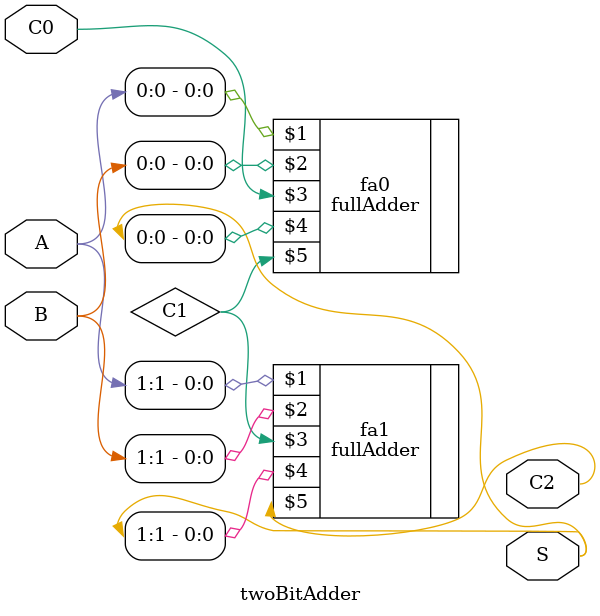
<source format=v>
`timescale 1ns / 1ps


module twoBitAdder(
    input [1:0] A,
    input [1:0] B,
    input C0,
    output [1:0] S,
    output C2
    );
    wire C1;
    fullAdder fa0(A[0],B[0],C0,S[0],C1);
    fullAdder fa1(A[1],B[1],C1,S[1],C2);
endmodule

</source>
